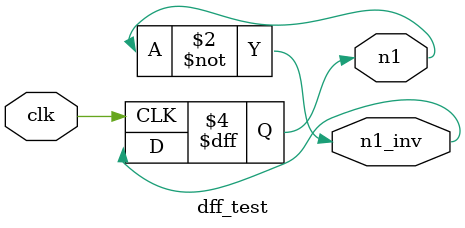
<source format=v>
module dff_test(n1, n1_inv, clk);
  input clk;
  (* init = 32'd0 *)
  output n1;
  reg n1 = 32'd0;
  output n1_inv;
  always @(posedge clk)
      n1 <= n1_inv;
  assign n1_inv = ~n1;
endmodule

</source>
